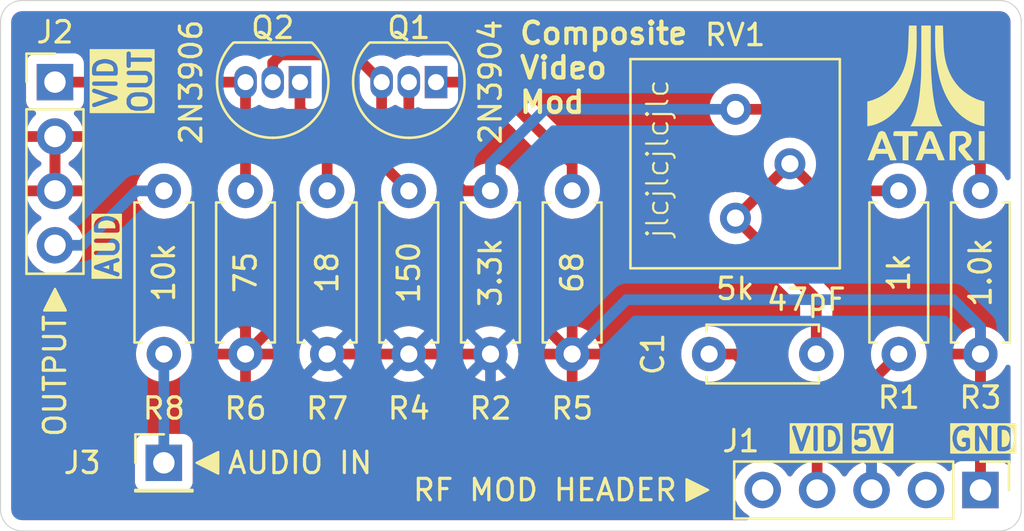
<source format=kicad_pcb>
(kicad_pcb (version 20240108) (generator "pcbnew") (generator_version "8.0")
  (layers (0 "F.Cu" signal) (31 "B.Cu" signal) (34 "B.Paste" user) (35 "F.Paste" user) (36 "B.SilkS" user "B.Silkscreen") (37 "F.SilkS" user "F.Silkscreen") (38 "B.Mask" user) (39 "F.Mask" user) (44 "Edge.Cuts" user))
  (net 0 "")
  (net 1 "Net-(C1-Pad2)")
  (net 2 "GND")
  (net 3 "+5V")
  (net 4 "Net-(J2-Pin_1)")
  (net 5 "Net-(J2-Pin_4)")
  (net 6 "Net-(J3-Pin_1)")
  (net 7 "Net-(Q1-B)")
  (net 8 "Net-(Q1-C)")
  (net 9 "Net-(Q1-E)")
  (net 10 "Net-(Q2-E)")
  (net 11 "Net-(J1-Pin_4)")
  (footprint "Potentiometer_THT:Potentiometer_Bourns_3386P_Vertical" (layer "F.Cu") (at 74.93 52.07)
    (property "Reference" "RV1" (at -0.015 -8.555 0) (layer "F.SilkS"))
    (property "Value" "5k" (at -0.015 3.302 0) (layer "F.SilkS"))
    (fp_line (start -4.9 -7.425) (end -4.9 2.345) (stroke (width 0.12)) (layer "F.SilkS"))
    (fp_line (start -4.9 -7.425) (end 4.87 -7.425) (stroke (width 0.12)) (layer "F.SilkS"))
    (fp_line (start -4.9 2.345) (end 4.87 2.345) (stroke (width 0.12)) (layer "F.SilkS"))
    (fp_line (start 4.87 -7.425) (end 4.87 2.345) (stroke (width 0.12)) (layer "F.SilkS"))
    (pad "1" thru_hole circle (at 0 0) (size 1.44 1.44) (drill 0.8) (layers "*.Cu" "*.Mask") (net 1 "Net-(C1-Pad2)"))
    (pad "2" thru_hole circle (at 2.54 -2.54) (size 1.44 1.44) (drill 0.8) (layers "*.Cu" "*.Mask") (net 1 "Net-(C1-Pad2)"))
    (pad "3" thru_hole circle (at 0 -5.08) (size 1.44 1.44) (drill 0.8) (layers "*.Cu" "*.Mask") (net 7 "Net-(Q1-B)"))
  )
  (footprint "Resistor_THT:R_Axial_DIN0207_L6.3mm_D2.5mm_P7.62mm_Horizontal" (layer "F.Cu") (at 86.36 50.8 -90)
    (property "Reference" "R3" (at 9.652 0 180) (layer "F.SilkS"))
    (property "Value" "1.0k" (at 3.81 0 90) (layer "F.SilkS"))
    (fp_line (start 0.54 1.37) (end 7.08 1.37) (stroke (width 0.12)) (layer "F.SilkS"))
    (fp_line (start 7.08 1.37) (end 7.08 1.04) (stroke (width 0.12)) (layer "F.SilkS"))
    (fp_line (start 0.54 1.04) (end 0.54 1.37) (stroke (width 0.12)) (layer "F.SilkS"))
    (fp_line (start 0.54 -1.04) (end 0.54 -1.37) (stroke (width 0.12)) (layer "F.SilkS"))
    (fp_line (start 0.54 -1.37) (end 7.08 -1.37) (stroke (width 0.12)) (layer "F.SilkS"))
    (fp_line (start 7.08 -1.37) (end 7.08 -1.04) (stroke (width 0.12)) (layer "F.SilkS"))
    (pad "1" thru_hole circle (at 0 0 270) (size 1.6 1.6) (drill 0.8) (layers "*.Cu" "*.Mask") (net 7 "Net-(Q1-B)"))
    (pad "2" thru_hole oval (at 7.62 0 270) (size 1.6 1.6) (drill 0.8) (layers "*.Cu" "*.Mask") (net 2 "GND"))
  )
  (footprint "Package_TO_SOT_THT:TO-92_Inline" (layer "F.Cu") (at 54.61 45.72 180)
    (property "Reference" "Q2" (at 1.27 2.54 0) (layer "F.SilkS"))
    (property "Value" "2N3906" (at 5.08 0 -90) (layer "F.SilkS"))
    (fp_line (start -0.53 1.85) (end 3.07 1.85) (stroke (width 0.12)) (layer "F.SilkS"))
    (fp_arc (start 1.27 -2.6) (mid 3.672087 -0.994977) (end 3.108478 1.838478) (stroke (width 0.12)) (layer "F.SilkS"))
    (fp_arc (start -0.568478 1.838478) (mid -1.132087 -0.994977) (end 1.27 -2.6) (stroke (width 0.12)) (layer "F.SilkS"))
    (pad "1" thru_hole rect (at 0 0 180) (size 1.05 1.5) (drill 0.75) (layers "*.Cu" "*.Mask") (net 10 "Net-(Q2-E)"))
    (pad "2" thru_hole oval (at 1.27 0 180) (size 1.05 1.5) (drill 0.75) (layers "*.Cu" "*.Mask") (net 8 "Net-(Q1-C)"))
    (pad "3" thru_hole oval (at 2.54 0 180) (size 1.05 1.5) (drill 0.75) (layers "*.Cu" "*.Mask") (net 4 "Net-(J2-Pin_1)"))
  )
  (footprint "Resistor_THT:R_Axial_DIN0207_L6.3mm_D2.5mm_P7.62mm_Horizontal" (layer "F.Cu") (at 52.07 50.8 -90)
    (property "Reference" "R6" (at 10.16 0 180) (layer "F.SilkS"))
    (property "Value" "75" (at 3.81 0 90) (layer "F.SilkS"))
    (fp_line (start 0.54 1.37) (end 7.08 1.37) (stroke (width 0.12)) (layer "F.SilkS"))
    (fp_line (start 7.08 1.37) (end 7.08 1.04) (stroke (width 0.12)) (layer "F.SilkS"))
    (fp_line (start 0.54 1.04) (end 0.54 1.37) (stroke (width 0.12)) (layer "F.SilkS"))
    (fp_line (start 0.54 -1.04) (end 0.54 -1.37) (stroke (width 0.12)) (layer "F.SilkS"))
    (fp_line (start 0.54 -1.37) (end 7.08 -1.37) (stroke (width 0.12)) (layer "F.SilkS"))
    (fp_line (start 7.08 -1.37) (end 7.08 -1.04) (stroke (width 0.12)) (layer "F.SilkS"))
    (pad "1" thru_hole circle (at 0 0 270) (size 1.6 1.6) (drill 0.8) (layers "*.Cu" "*.Mask") (net 4 "Net-(J2-Pin_1)"))
    (pad "2" thru_hole oval (at 7.62 0 270) (size 1.6 1.6) (drill 0.8) (layers "*.Cu" "*.Mask") (net 2 "GND"))
  )
  (footprint "Connector_PinHeader_2.54mm:PinHeader_1x01_P2.54mm_Vertical" (layer "F.Cu") (at 48.26 63.5)
    (property "Reference" "J3" (at -3.81 0 0) (layer "F.SilkS"))
    (property "Value" "AUDIO IN" (at 6.35 0 0) (layer "F.SilkS"))
    (fp_line (start -1.33 -1.33) (end 0 -1.33) (stroke (width 0.12)) (layer "F.SilkS"))
    (fp_line (start -1.33 0) (end -1.33 -1.33) (stroke (width 0.12)) (layer "F.SilkS"))
    (fp_line (start -1.33 1.27) (end -1.33 1.33) (stroke (width 0.12)) (layer "F.SilkS"))
    (fp_line (start -1.33 1.27) (end 1.33 1.27) (stroke (width 0.12)) (layer "F.SilkS"))
    (fp_line (start -1.33 1.33) (end 1.33 1.33) (stroke (width 0.12)) (layer "F.SilkS"))
    (fp_line (start 1.33 1.27) (end 1.33 1.33) (stroke (width 0.12)) (layer "F.SilkS"))
    (pad "1" thru_hole rect (at 0 0) (size 1.7 1.7) (drill 1) (layers "*.Cu" "*.Mask") (net 6 "Net-(J3-Pin_1)"))
  )
  (footprint "Resistor_THT:R_Axial_DIN0207_L6.3mm_D2.5mm_P7.62mm_Horizontal" (layer "F.Cu") (at 59.69 58.42 90)
    (property "Reference" "R4" (at -2.54 0 0) (layer "F.SilkS"))
    (property "Value" "150" (at 3.81 0 -90) (layer "F.SilkS"))
    (fp_line (start 7.08 -1.37) (end 7.08 -1.04) (stroke (width 0.12)) (layer "F.SilkS"))
    (fp_line (start 0.54 -1.37) (end 7.08 -1.37) (stroke (width 0.12)) (layer "F.SilkS"))
    (fp_line (start 0.54 -1.04) (end 0.54 -1.37) (stroke (width 0.12)) (layer "F.SilkS"))
    (fp_line (start 0.54 1.04) (end 0.54 1.37) (stroke (width 0.12)) (layer "F.SilkS"))
    (fp_line (start 7.08 1.37) (end 7.08 1.04) (stroke (width 0.12)) (layer "F.SilkS"))
    (fp_line (start 0.54 1.37) (end 7.08 1.37) (stroke (width 0.12)) (layer "F.SilkS"))
    (pad "1" thru_hole circle (at 0 0 90) (size 1.6 1.6) (drill 0.8) (layers "*.Cu" "*.Mask") (net 3 "+5V"))
    (pad "2" thru_hole oval (at 7.62 0 90) (size 1.6 1.6) (drill 0.8) (layers "*.Cu" "*.Mask") (net 8 "Net-(Q1-C)"))
  )
  (footprint "Resistor_THT:R_Axial_DIN0207_L6.3mm_D2.5mm_P7.62mm_Horizontal" (layer "F.Cu") (at 82.55 58.42 90)
    (property "Reference" "R1" (at -2.032 0 0) (layer "F.SilkS"))
    (property "Value" "1k" (at 3.81 0 -90) (layer "F.SilkS"))
    (fp_line (start 7.08 -1.37) (end 7.08 -1.04) (stroke (width 0.12)) (layer "F.SilkS"))
    (fp_line (start 0.54 -1.37) (end 7.08 -1.37) (stroke (width 0.12)) (layer "F.SilkS"))
    (fp_line (start 0.54 -1.04) (end 0.54 -1.37) (stroke (width 0.12)) (layer "F.SilkS"))
    (fp_line (start 0.54 1.04) (end 0.54 1.37) (stroke (width 0.12)) (layer "F.SilkS"))
    (fp_line (start 7.08 1.37) (end 7.08 1.04) (stroke (width 0.12)) (layer "F.SilkS"))
    (fp_line (start 0.54 1.37) (end 7.08 1.37) (stroke (width 0.12)) (layer "F.SilkS"))
    (pad "1" thru_hole circle (at 0 0 90) (size 1.6 1.6) (drill 0.8) (layers "*.Cu" "*.Mask") (net 11 "Net-(J1-Pin_4)"))
    (pad "2" thru_hole oval (at 7.62 0 90) (size 1.6 1.6) (drill 0.8) (layers "*.Cu" "*.Mask") (net 1 "Net-(C1-Pad2)"))
  )
  (footprint "Connector_PinHeader_2.54mm:PinHeader_1x04_P2.54mm_Vertical" (layer "F.Cu") (at 43.18 45.72)
    (property "Reference" "J2" (at 0 -2.33 0) (layer "F.SilkS"))
    (property "Value" "OUTPUT" (at 0 13.716 90) (layer "F.SilkS"))
    (fp_line (start -1.33 -1.33) (end 0 -1.33) (stroke (width 0.12)) (layer "F.SilkS"))
    (fp_line (start -1.33 0) (end -1.33 -1.33) (stroke (width 0.12)) (layer "F.SilkS"))
    (fp_line (start -1.33 1.27) (end -1.33 8.95) (stroke (width 0.12)) (layer "F.SilkS"))
    (fp_line (start -1.33 1.27) (end 1.33 1.27) (stroke (width 0.12)) (layer "F.SilkS"))
    (fp_line (start -1.33 8.95) (end 1.33 8.95) (stroke (width 0.12)) (layer "F.SilkS"))
    (fp_line (start 1.33 1.27) (end 1.33 8.95) (stroke (width 0.12)) (layer "F.SilkS"))
    (pad "1" thru_hole rect (at 0 0) (size 1.7 1.7) (drill 1) (layers "*.Cu" "*.Mask") (net 4 "Net-(J2-Pin_1)"))
    (pad "2" thru_hole oval (at 0 2.54) (size 1.7 1.7) (drill 1) (layers "*.Cu" "*.Mask") (net 2 "GND"))
    (pad "3" thru_hole oval (at 0 5.08) (size 1.7 1.7) (drill 1) (layers "*.Cu" "*.Mask") (net 2 "GND"))
    (pad "4" thru_hole oval (at 0 7.62) (size 1.7 1.7) (drill 1) (layers "*.Cu" "*.Mask") (net 5 "Net-(J2-Pin_4)"))
  )
  (footprint "Resistor_THT:R_Axial_DIN0207_L6.3mm_D2.5mm_P7.62mm_Horizontal" (layer "F.Cu") (at 67.31 50.8 -90)
    (property "Reference" "R5" (at 10.16 0 180) (layer "F.SilkS"))
    (property "Value" "68" (at 3.81 0 90) (layer "F.SilkS"))
    (fp_line (start 0.54 1.37) (end 7.08 1.37) (stroke (width 0.12)) (layer "F.SilkS"))
    (fp_line (start 7.08 1.37) (end 7.08 1.04) (stroke (width 0.12)) (layer "F.SilkS"))
    (fp_line (start 0.54 1.04) (end 0.54 1.37) (stroke (width 0.12)) (layer "F.SilkS"))
    (fp_line (start 0.54 -1.04) (end 0.54 -1.37) (stroke (width 0.12)) (layer "F.SilkS"))
    (fp_line (start 0.54 -1.37) (end 7.08 -1.37) (stroke (width 0.12)) (layer "F.SilkS"))
    (fp_line (start 7.08 -1.37) (end 7.08 -1.04) (stroke (width 0.12)) (layer "F.SilkS"))
    (pad "1" thru_hole circle (at 0 0 270) (size 1.6 1.6) (drill 0.8) (layers "*.Cu" "*.Mask") (net 9 "Net-(Q1-E)"))
    (pad "2" thru_hole oval (at 7.62 0 270) (size 1.6 1.6) (drill 0.8) (layers "*.Cu" "*.Mask") (net 2 "GND"))
  )
  (footprint "Resistor_THT:R_Axial_DIN0207_L6.3mm_D2.5mm_P7.62mm_Horizontal" (layer "F.Cu") (at 63.5 58.42 90)
    (property "Reference" "R2" (at -2.54 0 0) (layer "F.SilkS"))
    (property "Value" "3.3k" (at 3.81 0 -90) (layer "F.SilkS"))
    (fp_line (start 7.08 -1.37) (end 7.08 -1.04) (stroke (width 0.12)) (layer "F.SilkS"))
    (fp_line (start 0.54 -1.37) (end 7.08 -1.37) (stroke (width 0.12)) (layer "F.SilkS"))
    (fp_line (start 0.54 -1.04) (end 0.54 -1.37) (stroke (width 0.12)) (layer "F.SilkS"))
    (fp_line (start 0.54 1.04) (end 0.54 1.37) (stroke (width 0.12)) (layer "F.SilkS"))
    (fp_line (start 7.08 1.37) (end 7.08 1.04) (stroke (width 0.12)) (layer "F.SilkS"))
    (fp_line (start 0.54 1.37) (end 7.08 1.37) (stroke (width 0.12)) (layer "F.SilkS"))
    (pad "1" thru_hole circle (at 0 0 90) (size 1.6 1.6) (drill 0.8) (layers "*.Cu" "*.Mask") (net 3 "+5V"))
    (pad "2" thru_hole oval (at 7.62 0 90) (size 1.6 1.6) (drill 0.8) (layers "*.Cu" "*.Mask") (net 7 "Net-(Q1-B)"))
  )
  (footprint "Resistor_THT:R_Axial_DIN0207_L6.3mm_D2.5mm_P7.62mm_Horizontal" (layer "F.Cu") (at 48.26 58.42 90)
    (property "Reference" "R8" (at -2.54 0 0) (layer "F.SilkS"))
    (property "Value" "10k" (at 3.81 0 -90) (layer "F.SilkS"))
    (fp_line (start 7.08 -1.37) (end 7.08 -1.04) (stroke (width 0.12)) (layer "F.SilkS"))
    (fp_line (start 0.54 -1.37) (end 7.08 -1.37) (stroke (width 0.12)) (layer "F.SilkS"))
    (fp_line (start 0.54 -1.04) (end 0.54 -1.37) (stroke (width 0.12)) (layer "F.SilkS"))
    (fp_line (start 0.54 1.04) (end 0.54 1.37) (stroke (width 0.12)) (layer "F.SilkS"))
    (fp_line (start 7.08 1.37) (end 7.08 1.04) (stroke (width 0.12)) (layer "F.SilkS"))
    (fp_line (start 0.54 1.37) (end 7.08 1.37) (stroke (width 0.12)) (layer "F.SilkS"))
    (pad "1" thru_hole circle (at 0 0 90) (size 1.6 1.6) (drill 0.8) (layers "*.Cu" "*.Mask") (net 6 "Net-(J3-Pin_1)"))
    (pad "2" thru_hole oval (at 7.62 0 90) (size 1.6 1.6) (drill 0.8) (layers "*.Cu" "*.Mask") (net 5 "Net-(J2-Pin_4)"))
  )
  (footprint "Connector_PinHeader_2.54mm:PinHeader_1x05_P2.54mm_Vertical" (layer "F.Cu") (at 86.36 64.77 -90)
    (property "Reference" "J1" (at -2.286 11.176 0) (layer "F.SilkS"))
    (property "Value" "RF MOD HEADER" (at 0 20.32 0) (layer "F.SilkS"))
    (fp_line (start -1.33 11.49) (end 1.33 11.49) (stroke (width 0.12)) (layer "F.SilkS"))
    (fp_line (start -1.33 1.27) (end -1.33 11.49) (stroke (width 0.12)) (layer "F.SilkS"))
    (fp_line (start -1.33 1.27) (end 1.33 1.27) (stroke (width 0.12)) (layer "F.SilkS"))
    (fp_line (start 1.33 1.27) (end 1.33 11.49) (stroke (width 0.12)) (layer "F.SilkS"))
    (fp_line (start -1.33 0) (end -1.33 -1.33) (stroke (width 0.12)) (layer "F.SilkS"))
    (fp_line (start -1.33 -1.33) (end 0 -1.33) (stroke (width 0.12)) (layer "F.SilkS"))
    (pad "1" thru_hole rect (at 0 0 270) (size 1.7 1.7) (drill 1) (layers "*.Cu" "*.Mask") (net 2 "GND"))
    (pad "2" thru_hole oval (at 0 2.54 270) (size 1.7 1.7) (drill 1) (layers "*.Cu" "*.Mask"))
    (pad "3" thru_hole oval (at 0 5.08 270) (size 1.7 1.7) (drill 1) (layers "*.Cu" "*.Mask") (net 3 "+5V"))
    (pad "4" thru_hole oval (at 0 7.62 270) (size 1.7 1.7) (drill 1) (layers "*.Cu" "*.Mask") (net 11 "Net-(J1-Pin_4)"))
    (pad "5" thru_hole oval (at 0 10.16 270) (size 1.7 1.7) (drill 1) (layers "*.Cu" "*.Mask"))
  )
  (footprint "Capacitor_THT:C_Disc_D5.0mm_W2.5mm_P5.00mm" (layer "F.Cu") (at 73.7 58.42)
    (property "Reference" "C1" (at -2.62 0 90) (layer "F.SilkS"))
    (property "Value" "47pF" (at 4.532 -2.54 0) (layer "F.SilkS"))
    (fp_line (start -0.12 -1.37) (end -0.12 -1.055) (stroke (width 0.12)) (layer "F.SilkS"))
    (fp_line (start -0.12 -1.37) (end 5.12 -1.37) (stroke (width 0.12)) (layer "F.SilkS"))
    (fp_line (start -0.12 1.055) (end -0.12 1.37) (stroke (width 0.12)) (layer "F.SilkS"))
    (fp_line (start -0.12 1.37) (end 5.12 1.37) (stroke (width 0.12)) (layer "F.SilkS"))
    (fp_line (start 5.12 -1.37) (end 5.12 -1.055) (stroke (width 0.12)) (layer "F.SilkS"))
    (fp_line (start 5.12 1.055) (end 5.12 1.37) (stroke (width 0.12)) (layer "F.SilkS"))
    (pad "1" thru_hole circle (at 0 0) (size 1.6 1.6) (drill 0.8) (layers "*.Cu" "*.Mask") (net 11 "Net-(J1-Pin_4)"))
    (pad "2" thru_hole circle (at 5 0) (size 1.6 1.6) (drill 0.8) (layers "*.Cu" "*.Mask") (net 1 "Net-(C1-Pad2)"))
  )
  (footprint "Resistor_THT:R_Axial_DIN0207_L6.3mm_D2.5mm_P7.62mm_Horizontal" (layer "F.Cu") (at 55.88 58.42 90)
    (property "Reference" "R7" (at -2.54 0 0) (layer "F.SilkS"))
    (property "Value" "18" (at 3.81 0 -90) (layer "F.SilkS"))
    (fp_line (start 7.08 -1.37) (end 7.08 -1.04) (stroke (width 0.12)) (layer "F.SilkS"))
    (fp_line (start 0.54 -1.37) (end 7.08 -1.37) (stroke (width 0.12)) (layer "F.SilkS"))
    (fp_line (start 0.54 -1.04) (end 0.54 -1.37) (stroke (width 0.12)) (layer "F.SilkS"))
    (fp_line (start 0.54 1.04) (end 0.54 1.37) (stroke (width 0.12)) (layer "F.SilkS"))
    (fp_line (start 7.08 1.37) (end 7.08 1.04) (stroke (width 0.12)) (layer "F.SilkS"))
    (fp_line (start 0.54 1.37) (end 7.08 1.37) (stroke (width 0.12)) (layer "F.SilkS"))
    (pad "1" thru_hole circle (at 0 0 90) (size 1.6 1.6) (drill 0.8) (layers "*.Cu" "*.Mask") (net 3 "+5V"))
    (pad "2" thru_hole oval (at 7.62 0 90) (size 1.6 1.6) (drill 0.8) (layers "*.Cu" "*.Mask") (net 10 "Net-(Q2-E)"))
  )
  (footprint "Package_TO_SOT_THT:TO-92_Inline" (layer "F.Cu") (at 60.96 45.72 180)
    (property "Reference" "Q1" (at 1.27 2.54 180) (layer "F.SilkS"))
    (property "Value" "2N3904" (at -2.54 0 -90) (layer "F.SilkS"))
    (fp_line (start -0.53 1.85) (end 3.07 1.85) (stroke (width 0.12)) (layer "F.SilkS"))
    (fp_arc (start 1.27 -2.6) (mid 3.672087 -0.994977) (end 3.108478 1.838478) (stroke (width 0.12)) (layer "F.SilkS"))
    (fp_arc (start -0.568478 1.838478) (mid -1.132087 -0.994977) (end 1.27 -2.6) (stroke (width 0.12)) (layer "F.SilkS"))
    (pad "1" thru_hole rect (at 0 0 180) (size 1.05 1.5) (drill 0.75) (layers "*.Cu" "*.Mask") (net 9 "Net-(Q1-E)"))
    (pad "2" thru_hole oval (at 1.27 0 180) (size 1.05 1.5) (drill 0.75) (layers "*.Cu" "*.Mask") (net 7 "Net-(Q1-B)"))
    (pad "3" thru_hole oval (at 2.54 0 180) (size 1.05 1.5) (drill 0.75) (layers "*.Cu" "*.Mask") (net 8 "Net-(Q1-C)"))
  )
  (footprint "components:atari-logo" (layer "F.Cu") (at 83.82 46.228)
    (property "Reference" "G***")
    (property "Value" "LOGO" (hide yes))
    (fp_poly (pts (xy 2.686035 1.781967) (xy 2.707805 1.782333) (xy 2.721483 1.782902) (xy 2.725058 1.783319) (xy 2.72662 1.783823) (xy 2.728021 1.784902) (xy 2.72927 1.787103) (xy 2.730372 1.790979) (xy 2.731337 1.79708) (xy 2.732172 1.805957) (xy 2.732885 1.818159) (xy 2.733484 1.834238) (xy 2.733976 1.854744) (xy 2.73437 1.880228) (xy 2.734673 1.91124) (xy 2.734893 1.948331) (xy 2.735037 1.992052) (xy 2.735114 2.042952) (xy 2.735132 2.101583) (xy 2.735097 2.168495) (xy 2.735018 2.244239) (xy 2.734903 2.329365) (xy 2.73476 2.424424) (xy 2.734698 2.464085) (xy 2.733642 3.14224) (xy 2.596954 3.143668) (xy 2.460267 3.145095) (xy 2.461624 2.464409) (xy 2.462982 1.783723) (xy 2.588671 1.782215) (xy 2.624819 1.781894) (xy 2.657824 1.781816)) (fill solid) (layer "F.SilkS"))
    (fp_poly (pts (xy -1.091194 1.781968) (xy -1.00468 1.782113) (xy -0.94219 1.782276) (xy -0.450263 1.783723) (xy -0.429711 1.800148) (xy -0.41566 1.812393) (xy -0.405387 1.824632) (xy -0.398316 1.838803) (xy -0.393869 1.856846) (xy -0.39147 1.8807) (xy -0.390542 1.912304) (xy -0.390448 1.932082) (xy -0.39044 2.010911) (xy -0.603043 2.012309) (xy -0.815645 2.013708) (xy -0.817007 2.579311) (xy -0.818369 3.144914) (xy -0.954706 3.144914) (xy -1.091044 3.144914) (xy -1.092406 2.579311) (xy -1.093767 2.013708) (xy -1.307707 2.011034) (xy -1.521647 2.008359) (xy -1.521427 1.938829) (xy -1.521035 1.910634) (xy -1.520126 1.884526) (xy -1.518834 1.863325) (xy -1.51729 1.849849) (xy -1.517203 1.849396) (xy -1.507846 1.826963) (xy -1.490824 1.806705) (xy -1.469134 1.7917) (xy -1.456358 1.786819) (xy -1.448351 1.785696) (xy -1.433016 1.784726) (xy -1.410005 1.783906) (xy -1.378968 1.783233) (xy -1.339557 1.782705) (xy -1.291423 1.782317) (xy -1.234217 1.782067) (xy -1.16759 1.781951)) (fill solid) (layer "F.SilkS"))
    (fp_poly (pts (xy 0.224724 -2.333281) (xy 0.22477 -2.236571) (xy 0.224882 -2.14028) (xy 0.225058 -2.045201) (xy 0.225293 -1.952128) (xy 0.225583 -1.861856) (xy 0.225924 -1.775177) (xy 0.226313 -1.692887) (xy 0.226744 -1.615779) (xy 0.227213 -1.544647) (xy 0.227718 -1.480284) (xy 0.228254 -1.423485) (xy 0.228816 -1.375044) (xy 0.2294 -1.335754) (xy 0.229971 -1.307707) (xy 0.237644 -1.065713) (xy 0.248491 -0.831232) (xy 0.262478 -0.60459) (xy 0.279573 -0.38611) (xy 0.299743 -0.176118) (xy 0.322955 0.025063) (xy 0.349175 0.217107) (xy 0.378372 0.399691) (xy 0.410512 0.572489) (xy 0.430589 0.668562) (xy 0.44107 0.716083) (xy 0.450537 0.757538) (xy 0.459618 0.795339) (xy 0.468942 0.831896) (xy 0.479138 0.86962) (xy 0.490835 0.910922) (xy 0.504662 0.958213) (xy 0.516739 0.998831) (xy 0.523298 1.02093) (xy 0.528906 1.040084) (xy 0.532684 1.053278) (xy 0.533516 1.056327) (xy 0.536204 1.064602) (xy 0.541976 1.081104) (xy 0.550187 1.104035) (xy 0.560194 1.131595) (xy 0.570849 1.160623) (xy 0.593557 1.218747) (xy 0.619286 1.278713) (xy 0.646886 1.338148) (xy 0.675204 1.394674) (xy 0.703092 1.445915) (xy 0.729399 1.489497) (xy 0.732243 1.493868) (xy 0.746436 1.515663) (xy 0.758213 1.534078) (xy 0.76647 1.547362) (xy 0.770104 1.553766) (xy 0.770183 1.554039) (xy 0.764935 1.55432) (xy 0.749596 1.554591) (xy 0.72477 1.554851) (xy 0.691063 1.555097) (xy 0.649079 1.555329) (xy 0.599424 1.555543) (xy 0.542703 1.555738) (xy 0.479522 1.555912) (xy 0.410485 1.556064) (xy 0.336197 1.55619) (xy 0.257265 1.55629) (xy 0.174293 1.556362) (xy 0.087885 1.556402) (xy 0.021394 1.556412) (xy -0.067186 1.556382) (xy -0.152784 1.556294) (xy -0.234794 1.556152) (xy -0.312612 1.555959) (xy -0.385632 1.555718) (xy -0.453249 1.555434) (xy -0.514857 1.555109) (xy -0.569853 1.554748) (xy -0.617629 1.554352) (xy -0.657582 1.553927) (xy -0.689106 1.553475) (xy -0.711596 1.553) (xy -0.724447 1.552505) (xy -0.727395 1.552125) (xy -0.724608 1.546224) (xy -0.717025 1.533354) (xy -0.70581 1.515426) (xy -0.692455 1.494842) (xy -0.645767 1.417204) (xy -0.601237 1.329273) (xy -0.558908 1.231245) (xy -0.518821 1.123313) (xy -0.481021 1.005671) (xy -0.44555 0.878514) (xy -0.412451 0.742035) (xy -0.381767 0.596428) (xy -0.35354 0.441887) (xy -0.327813 0.278608) (xy -0.30463 0.106782) (xy -0.284032 -0.073395) (xy -0.266064 -0.261729) (xy -0.250767 -0.458027) (xy -0.246164 -0.526827) (xy -0.243527 -0.567917) (xy -0.241098 -0.60605) (xy -0.238866 -0.641778) (xy -0.236822 -0.675654) (xy -0.234957 -0.708229) (xy -0.233262 -0.740055) (xy -0.231728 -0.771684) (xy -0.230345 -0.803667) (xy -0.229104 -0.836557) (xy -0.227996 -0.870905) (xy -0.22701 -0.907264) (xy -0.226139 -0.946184) (xy -0.225373 -0.988219) (xy -0.224702 -1.033919) (xy -0.224118 -1.083837) (xy -0.22361 -1.138524) (xy -0.223169 -1.198532) (xy -0.222787 -1.264414) (xy -0.222454 -1.336721) (xy -0.222161 -1.416004) (xy -0.221898 -1.502816) (xy -0.221656 -1.597709) (xy -0.221426 -1.701233) (xy -0.221198 -1.813942) (xy -0.220964 -1.936388) (xy -0.22078 -2.033765) (xy -0.218673 -3.150263) (xy 0.002982 -3.150263) (xy 0.224637 -3.150263)) (fill solid) (layer "F.SilkS"))
    (fp_poly (pts (xy 0.791665 -3.111487) (xy 0.791898 -3.094983) (xy 0.792505 -3.069865) (xy 0.793423 -3.038206) (xy 0.79459 -3.002079) (xy 0.795943 -2.963559) (xy 0.796761 -2.941672) (xy 0.79801 -2.908119) (xy 0.799535 -2.865743) (xy 0.80127 -2.816413) (xy 0.803151 -2.761997) (xy 0.805115 -2.704365) (xy 0.807097 -2.645383) (xy 0.809031 -2.586922) (xy 0.81011 -2.553906) (xy 0.813051 -2.464858) (xy 0.815777 -2.385661) (xy 0.818327 -2.315471) (xy 0.820741 -2.253447) (xy 0.823059 -2.198744) (xy 0.82532 -2.15052) (xy 0.827564 -2.107933) (xy 0.82983 -2.070138) (xy 0.832159 -2.036294) (xy 0.834589 -2.005556) (xy 0.83716 -1.977082) (xy 0.837234 -1.976306) (xy 0.859732 -1.78947) (xy 0.890562 -1.609018) (xy 0.929696 -1.435015) (xy 0.977107 -1.267524) (xy 1.032768 -1.106608) (xy 1.096652 -0.952331) (xy 1.168731 -0.804757) (xy 1.248978 -0.663949) (xy 1.337366 -0.529971) (xy 1.433867 -0.402886) (xy 1.538454 -0.282759) (xy 1.583948 -0.235246) (xy 1.682437 -0.141487) (xy 1.788055 -0.052741) (xy 1.899633 0.030315) (xy 2.015999 0.107002) (xy 2.135984 0.176641) (xy 2.258415 0.238555) (xy 2.382123 0.292064) (xy 2.505937 0.33649) (xy 2.628687 0.371155) (xy 2.631459 0.371825) (xy 2.660141 0.378744) (xy 2.685388 0.38486) (xy 2.705262 0.389702) (xy 2.717827 0.392797) (xy 2.721046 0.393619) (xy 2.722138 0.395906) (xy 2.723113 0.40247) (xy 2.723975 0.413814) (xy 2.724731 0.430438) (xy 2.725387 0.452846) (xy 2.725949 0.48154) (xy 2.726422 0.517021) (xy 2.726812 0.559791) (xy 2.727124 0.610354) (xy 2.727366 0.66921) (xy 2.727541 0.736862) (xy 2.727657 0.813813) (xy 2.727718 0.900563) (xy 2.727732 0.975932) (xy 2.727696 1.053739) (xy 2.727591 1.12847) (xy 2.727421 1.199438) (xy 2.727192 1.265959) (xy 2.726907 1.327344) (xy 2.726573 1.382909) (xy 2.726193 1.431967) (xy 2.725772 1.473831) (xy 2.725316 1.507816) (xy 2.724828 1.533236) (xy 2.724314 1.549404) (xy 2.723779 1.555634) (xy 2.723721 1.555683) (xy 2.715793 1.554385) (xy 2.706338 1.552916) (xy 2.660278 1.5457) (xy 2.621851 1.539172) (xy 2.58807 1.532748) (xy 2.555947 1.525844) (xy 2.522493 1.517874) (xy 2.50577 1.513673) (xy 2.366701 1.47279) (xy 2.229915 1.421499) (xy 2.095551 1.359875) (xy 1.963753 1.287992) (xy 1.834664 1.205922) (xy 1.708424 1.11374) (xy 1.660707 1.075647) (xy 1.638852 1.057698) (xy 1.620194 1.042095) (xy 1.603319 1.027528) (xy 1.586816 1.012682) (xy 1.569273 0.996246) (xy 1.549278 0.976907) (xy 1.525418 0.953351) (xy 1.496281 0.924267) (xy 1.476184 0.904124) (xy 1.370893 0.792386) (xy 1.272414 0.675042) (xy 1.179842 0.550896) (xy 1.092274 0.418748) (xy 1.025828 0.307538) (xy 0.939659 0.146818) (xy 0.860015 -0.022262) (xy 0.786939 -0.199555) (xy 0.72047 -0.384912) (xy 0.66065 -0.578187) (xy 0.60752 -0.779232) (xy 0.561121 -0.9879) (xy 0.521494 -1.204043) (xy 0.48868 -1.427513) (xy 0.462719 -1.658163) (xy 0.455002 -1.743609) (xy 0.448679 -1.821343) (xy 0.443179 -1.895809) (xy 0.438466 -1.968245) (xy 0.434504 -2.039891) (xy 0.431259 -2.111987) (xy 0.428694 -2.185772) (xy 0.426774 -2.262485) (xy 0.425464 -2.343364) (xy 0.42473 -2.429651) (xy 0.424534 -2.522583) (xy 0.424843 -2.623401) (xy 0.42562 -2.733342) (xy 0.425897 -2.763835) (xy 0.429548 -3.150263) (xy 0.610563 -3.150263) (xy 0.791577 -3.150263)) (fill solid) (layer "F.SilkS"))
    (fp_poly (pts (xy -0.436776 -2.892657) (xy -0.435366 -2.783313) (xy -0.4343 -2.683605) (xy -0.433596 -2.592476) (xy -0.433268 -2.50887) (xy -0.433334 -2.431731) (xy -0.433809 -2.360001) (xy -0.43471 -2.292626) (xy -0.436052 -2.228547) (xy -0.437853 -2.16671) (xy -0.440128 -2.106058) (xy -0.442893 -2.045534) (xy -0.446165 -1.984082) (xy -0.449959 -1.920645) (xy -0.452222 -1.885345) (xy -0.469708 -1.667595) (xy -0.493337 -1.45424) (xy -0.522976 -1.245922) (xy -0.558493 -1.043286) (xy -0.599754 -0.846976) (xy -0.646627 -0.657636) (xy -0.69898 -0.475912) (xy -0.756679 -0.302446) (xy -0.804391 -0.175606) (xy -0.841255 -0.084798) (xy -0.876686 -0.002177) (xy -0.911716 0.074477) (xy -0.947373 0.147388) (xy -0.98469 0.218776) (xy -1.002131 0.250693) (xy -1.012778 0.270105) (xy -1.021133 0.28567) (xy -1.026065 0.295261) (xy -1.026911 0.29725) (xy -1.029657 0.303012) (xy -1.037275 0.316267) (xy -1.048834 0.335519) (xy -1.063404 0.359276) (xy -1.080055 0.386043) (xy -1.097855 0.414325) (xy -1.115874 0.44263) (xy -1.133182 0.469461) (xy -1.148848 0.493327) (xy -1.151567 0.49741) (xy -1.246063 0.630513) (xy -1.346811 0.756348) (xy -1.453354 0.874499) (xy -1.565238 0.984553) (xy -1.682006 1.086095) (xy -1.803203 1.178711) (xy -1.928373 1.261988) (xy -2.057061 1.33551) (xy -2.094688 1.354805) (xy -2.213519 1.410493) (xy -2.32927 1.457026) (xy -2.443486 1.494897) (xy -2.557713 1.524596) (xy -2.673494 1.546614) (xy -2.718372 1.55309) (xy -2.738429 1.555739) (xy -2.738429 0.975866) (xy -2.738429 0.395992) (xy -2.726395 0.393591) (xy -2.616649 0.367568) (xy -2.503453 0.332875) (xy -2.388434 0.290261) (xy -2.273219 0.240472) (xy -2.159434 0.184255) (xy -2.048707 0.122357) (xy -1.942664 0.055525) (xy -1.854541 -0.006754) (xy -1.803577 -0.046385) (xy -1.750102 -0.090805) (xy -1.695639 -0.138562) (xy -1.641714 -0.188202) (xy -1.589852 -0.238274) (xy -1.541577 -0.287323) (xy -1.498415 -0.333899) (xy -1.461891 -0.376547) (xy -1.448211 -0.39383) (xy -1.439541 -0.404721) (xy -1.433647 -0.411413) (xy -1.433182 -0.411834) (xy -1.428963 -0.416897) (xy -1.419661 -0.428917) (xy -1.406539 -0.446239) (xy -1.390859 -0.467206) (xy -1.386302 -0.473342) (xy -1.370011 -0.495289) (xy -1.355839 -0.514334) (xy -1.345091 -0.528728) (xy -1.339072 -0.536721) (xy -1.33845 -0.537524) (xy -1.322621 -0.559223) (xy -1.302972 -0.588828) (xy -1.280472 -0.624681) (xy -1.256093 -0.665125) (xy -1.230805 -0.708502) (xy -1.205578 -0.753154) (xy -1.181382 -0.797422) (xy -1.159188 -0.83965) (xy -1.144367 -0.869131) (xy -1.078813 -1.012847) (xy -1.02109 -1.161103) (xy -0.971014 -1.314559) (xy -0.928402 -1.473876) (xy -0.893068 -1.639716) (xy -0.86483 -1.81274) (xy -0.850631 -1.925458) (xy -0.848013 -1.949674) (xy -0.845561 -1.974504) (xy -0.843246 -2.000603) (xy -0.841037 -2.028625) (xy -0.838904 -2.059223) (xy -0.836817 -2.093053) (xy -0.834746 -2.130768) (xy -0.83266 -2.173023) (xy -0.83053 -2.220472) (xy -0.828325 -2.273769) (xy -0.826015 -2.333569) (xy -0.82357 -2.400525) (xy -0.82096 -2.475292) (xy -0.818154 -2.558525) (xy -0.815123 -2.650878) (xy -0.811835 -2.753004) (xy -0.810425 -2.797263) (xy -0.808679 -2.851189) (xy -0.80693 -2.903242) (xy -0.805227 -2.952167) (xy -0.803614 -2.996708) (xy -0.802139 -3.03561) (xy -0.800848 -3.067616) (xy -0.799787 -3.091472) (xy -0.799004 -3.10592) (xy -0.798989 -3.106138) (xy -0.795965 -3.150263) (xy -0.618144 -3.150263) (xy -0.440323 -3.150263)) (fill solid) (layer "F.SilkS"))
    (fp_poly (pts (xy 1.66085 1.781806) (xy 1.699291 1.78243) (xy 1.729377 1.783407) (xy 1.751692 1.784746) (xy 1.766821 1.786457) (xy 1.767677 1.786599) (xy 1.831488 1.802721) (xy 1.892805 1.828295) (xy 1.949887 1.86232) (xy 2.000995 1.903796) (xy 2.03561 1.940696) (xy 2.068128 1.987109) (xy 2.094268 2.038991) (xy 2.113254 2.093973) (xy 2.124311 2.149684) (xy 2.126662 2.203755) (xy 2.125845 2.216227) (xy 2.114822 2.282796) (xy 2.094189 2.345079) (xy 2.064383 2.402459) (xy 2.025842 2.454322) (xy 1.979002 2.500051) (xy 1.924301 2.539032) (xy 1.879595 2.562901) (xy 1.852846 2.577498) (xy 1.83548 2.592425) (xy 1.826241 2.609115) (xy 1.823837 2.626524) (xy 1.824649 2.635783) (xy 1.82778 2.645378) (xy 1.834272 2.657049) (xy 1.845166 2.672533) (xy 1.861504 2.693569) (xy 1.871379 2.705893) (xy 1.890789 2.729893) (xy 1.909897 2.75336) (xy 1.926676 2.773817) (xy 1.939101 2.788786) (xy 1.940494 2.79044) (xy 1.950375 2.802226) (xy 1.965991 2.82096) (xy 1.986265 2.845343) (xy 2.010121 2.874074) (xy 2.036483 2.905854) (xy 2.064273 2.939384) (xy 2.092415 2.973363) (xy 2.119832 3.006492) (xy 2.145448 3.037471) (xy 2.168186 3.065) (xy 2.18697 3.087781) (xy 2.200722 3.104512) (xy 2.204917 3.109642) (xy 2.217161 3.125246) (xy 2.22617 3.137852) (xy 2.230242 3.145055) (xy 2.230322 3.145529) (xy 2.225185 3.146747) (xy 2.210616 3.147843) (xy 2.187882 3.14878) (xy 2.158249 3.149519) (xy 2.122981 3.150023) (xy 2.083345 3.150253) (xy 2.072711 3.150263) (xy 1.915099 3.150263) (xy 1.85456 3.079395) (xy 1.792994 3.007083) (xy 1.737548 2.941456) (xy 1.688348 2.882668) (xy 1.645521 2.830876) (xy 1.609193 2.786234) (xy 1.579491 2.748899) (xy 1.55654 2.719025) (xy 1.540466 2.696768) (xy 1.531397 2.682284) (xy 1.530561 2.680605) (xy 1.523564 2.66422) (xy 1.519306 2.649231) (xy 1.517157 2.632016) (xy 1.516491 2.60895) (xy 1.51649 2.599368) (xy 1.516971 2.573828) (xy 1.518649 2.555304) (xy 1.522218 2.540126) (xy 1.528374 2.524625) (xy 1.532164 2.516583) (xy 1.544487 2.493578) (xy 1.557972 2.474431) (xy 1.574203 2.457939) (xy 1.594762 2.442897) (xy 1.621228 2.428103) (xy 1.655185 2.412352) (xy 1.686304 2.399275) (xy 1.727646 2.381823) (xy 1.760291 2.366591) (xy 1.785752 2.352609) (xy 1.805541 2.338903) (xy 1.82117 2.324501) (xy 1.834152 2.30843) (xy 1.839158 2.300981) (xy 1.857717 2.267223) (xy 1.868112 2.235068) (xy 1.8714 2.200696) (xy 1.870991 2.185988) (xy 1.863476 2.140965) (xy 1.84661 2.100417) (xy 1.82114 2.065377) (xy 1.787813 2.03688) (xy 1.748468 2.016382) (xy 1.738021 2.012426) (xy 1.728396 2.009339) (xy 1.718131 2.007013) (xy 1.705768 2.005341) (xy 1.689844 2.004214) (xy 1.668898 2.003525) (xy 1.641471 2.003167) (xy 1.606101 2.003031) (xy 1.566978 2.003011) (xy 1.523486 2.003031) (xy 1.489385 2.003158) (xy 1.463369 2.003491) (xy 1.444133 2.004131) (xy 1.43037 2.005178) (xy 1.420774 2.006731) (xy 1.41404 2.008891) (xy 1.408861 2.011757) (xy 1.403932 2.015429) (xy 1.403849 2.015494) (xy 1.391308 2.027066) (xy 1.382015 2.038586) (xy 1.381438 2.039562) (xy 1.380324 2.044009) (xy 1.37933 2.053475) (xy 1.378453 2.068446) (xy 1.377685 2.089409) (xy 1.377021 2.11685) (xy 1.376455 2.151255) (xy 1.375981 2.193111) (xy 1.375593 2.242903) (xy 1.375286 2.301119) (xy 1.375053 2.368245) (xy 1.374889 2.444766) (xy 1.374788 2.531169) (xy 1.374753 2.595357) (xy 1.374563 3.139566) (xy 1.236839 3.139566) (xy 1.099116 3.139567) (xy 1.100285 2.539787) (xy 1.100511 2.439664) (xy 1.100781 2.349819) (xy 1.101101 2.269832) (xy 1.101476 2.199285) (xy 1.101911 2.137758) (xy 1.102411 2.084832) (xy 1.10298 2.040088) (xy 1.103625 2.003106) (xy 1.10435 1.973469) (xy 1.10516 1.950755) (xy 1.106061 1.934547) (xy 1.107057 1.924425) (xy 1.107808 1.920755) (xy 1.126429 1.880987) (xy 1.154123 1.845464) (xy 1.189666 1.815531) (xy 1.219257 1.798281) (xy 1.248873 1.783723) (xy 1.489556 1.781949) (xy 1.556567 1.781575) (xy 1.613471 1.781524)) (fill solid) (layer "F.SilkS"))
    (fp_poly (pts (xy 0.242645 1.783962) (xy 0.282695 1.799988) (xy 0.318619 1.82407) (xy 0.348779 1.85587) (xy 0.355404 1.865256) (xy 0.361524 1.876429) (xy 0.370733 1.895722) (xy 0.382212 1.921297) (xy 0.39514 1.951315) (xy 0.408698 1.98394) (xy 0.412229 1.992633) (xy 0.444453 2.072353) (xy 0.473068 2.143143) (xy 0.498474 2.205992) (xy 0.521072 2.261889) (xy 0.54126 2.311822) (xy 0.559439 2.356779) (xy 0.576008 2.397748) (xy 0.591366 2.435719) (xy 0.605914 2.471678) (xy 0.620052 2.506616) (xy 0.634178 2.541519) (xy 0.648693 2.577377) (xy 0.661927 2.610065) (xy 0.681111 2.65743) (xy 0.700982 2.706455) (xy 0.720705 2.755087) (xy 0.73945 2.801273) (xy 0.756382 2.842962) (xy 0.770668 2.878101) (xy 0.778041 2.896209) (xy 0.792879 2.932695) (xy 0.808472 2.971159) (xy 0.823577 3.008527) (xy 0.836952 3.041724) (xy 0.846159 3.064687) (xy 0.856236 3.089903) (xy 0.865002 3.111823) (xy 0.87163 3.128384) (xy 0.875295 3.137519) (xy 0.875616 3.138313) (xy 0.874443 3.140337) (xy 0.868443 3.141885) (xy 0.856654 3.142993) (xy 0.838116 3.143696) (xy 0.811871 3.144027) (xy 0.776957 3.144021) (xy 0.732415 3.143713) (xy 0.726885 3.143662) (xy 0.575407 3.14224) (xy 0.547915 3.070036) (xy 0.535172 3.036593) (xy 0.520375 2.997801) (xy 0.505296 2.958299) (xy 0.491703 2.922727) (xy 0.490767 2.920278) (xy 0.461111 2.842724) (xy 0.18643 2.842724) (xy -0.08825 2.842724) (xy -0.129115 2.952369) (xy -0.142231 2.987517) (xy -0.15513 3.022006) (xy -0.166979 3.053611) (xy -0.176942 3.080106) (xy -0.184185 3.099265) (xy -0.185274 3.102126) (xy -0.200569 3.14224) (xy -0.346315 3.143663) (xy -0.393279 3.143932) (xy -0.431712 3.14375) (xy -0.46113 3.143129) (xy -0.481048 3.142083) (xy -0.490979 3.140624) (xy -0.492062 3.139833) (xy -0.490008 3.13179) (xy -0.484976 3.118981) (xy -0.4841 3.117016) (xy -0.480415 3.108238) (xy -0.473297 3.090688) (xy -0.463221 3.065551) (xy -0.450657 3.034013) (xy -0.436077 2.997262) (xy -0.419955 2.956484) (xy -0.402763 2.912863) (xy -0.398315 2.901558) (xy -0.377704 2.849184) (xy -0.35527 2.79224) (xy -0.332029 2.733305) (xy -0.309 2.674959) (xy -0.287201 2.61978) (xy -0.283358 2.610065) (xy -0.001214 2.610065) (xy 0.183916 2.610065) (xy 0.227987 2.609934) (xy 0.268121 2.60956) (xy 0.303146 2.608974) (xy 0.331894 2.608204) (xy 0.353196 2.607282) (xy 0.365883 2.606236) (xy 0.369046 2.605353) (xy 0.367268 2.599077) (xy 0.36232 2.584419) (xy 0.354779 2.563018) (xy 0.345223 2.536513) (xy 0.334228 2.506541) (xy 0.333684 2.505069) (xy 0.320435 2.469222) (xy 0.304788 2.426826) (xy 0.288032 2.381376) (xy 0.271455 2.336366) (xy 0.256344 2.295289) (xy 0.256056 2.294504) (xy 0.238159 2.245874) (xy 0.223556 2.206391) (xy 0.211883 2.175152) (xy 0.202776 2.151252) (xy 0.195868 2.133787) (xy 0.190795 2.121855) (xy 0.187192 2.114549) (xy 0.184694 2.110968) (xy 0.182937 2.110205) (xy 0.18193 2.110889) (xy 0.17919 2.116785) (xy 0.173204 2.131536) (xy 0.164425 2.153962) (xy 0.153307 2.182882) (xy 0.140306 2.217116) (xy 0.125876 2.255482) (xy 0.113312 2.289155) (xy 0.096964 2.333095) (xy 0.080769 2.376579) (xy 0.065365 2.417893) (xy 0.051394 2.455319) (xy 0.039495 2.487142) (xy 0.03031 2.511647) (xy 0.026483 2.521815) (xy 0.017387 2.546547) (xy 0.00958 2.568926) (xy 0.003959 2.586306) (xy 0.001536 2.595357) (xy -0.001214 2.610065) (xy -0.283358 2.610065) (xy -0.267649 2.570347) (xy -0.2569 2.543209) (xy -0.237684 2.494676) (xy -0.216394 2.440831) (xy -0.194259 2.384784) (xy -0.172506 2.329645) (xy -0.152364 2.278524) (xy -0.136558 2.238345) (xy -0.121143 2.199201) (xy -0.106184 2.161371) (xy -0.092359 2.126558) (xy -0.080348 2.096468) (xy -0.070828 2.072804) (xy -0.06448 2.057271) (xy -0.064157 2.056496) (xy -0.056186 2.037013) (xy -0.045706 2.01081) (xy -0.034017 1.981163) (xy -0.022418 1.951346) (xy -0.021203 1.948194) (xy -0.003194 1.905024) (xy 0.014417 1.870837) (xy 0.032715 1.844025) (xy 0.052789 1.822978) (xy 0.073978 1.807181) (xy 0.114136 1.787601) (xy 0.156726 1.77743) (xy 0.200109 1.77633)) (fill solid) (layer "F.SilkS"))
    (fp_poly (pts (xy -2.012495 1.779908) (xy -1.970995 1.793869) (xy -1.932381 1.817202) (xy -1.917357 1.829828) (xy -1.904708 1.842444) (xy -1.893735 1.856016) (xy -1.883389 1.872392) (xy -1.872623 1.893418) (xy -1.860389 1.920942) (xy -1.846419 1.954874) (xy -1.839165 1.972848) (xy -1.828553 1.999106) (xy -1.815241 2.032017) (xy -1.799889 2.069954) (xy -1.783157 2.111285) (xy -1.765705 2.154381) (xy -1.754441 2.182185) (xy -1.724389 2.256362) (xy -1.694376 2.330451) (xy -1.664865 2.403307) (xy -1.636319 2.473786) (xy -1.609201 2.540744) (xy -1.583975 2.603036) (xy -1.561106 2.659517) (xy -1.541055 2.709044) (xy -1.524286 2.750472) (xy -1.516174 2.77052) (xy -1.488848 2.838041) (xy -1.465256 2.896294) (xy -1.445133 2.945931) (xy -1.428213 2.987604) (xy -1.414231 3.021966) (xy -1.40292 3.049669) (xy -1.394015 3.071365) (xy -1.387251 3.087707) (xy -1.382361 3.099347) (xy -1.380407 3.103907) (xy -1.375105 3.115798) (xy -1.371366 3.125147) (xy -1.370209 3.132258) (xy -1.372655 3.137434) (xy -1.379722 3.140981) (xy -1.392431 3.143202) (xy -1.411802 3.144401) (xy -1.438854 3.144884) (xy -1.474607 3.144953) (xy -1.517847 3.144914) (xy -1.666479 3.144914) (xy -1.724936 2.992482) (xy -1.783393 2.84005) (xy -2.056929 2.84005) (xy -2.330465 2.84005) (xy -2.377509 2.967077) (xy -2.390918 3.003251) (xy -2.403595 3.037388) (xy -2.414909 3.067796) (xy -2.42423 3.09278) (xy -2.430927 3.110648) (xy -2.433777 3.118172) (xy -2.443001 3.14224) (xy -2.591083 3.143663) (xy -2.629482 3.143891) (xy -2.664008 3.143826) (xy -2.69333 3.143493) (xy -2.716117 3.142915) (xy -2.731037 3.142118) (xy -2.73676 3.141125) (xy -2.736762 3.140988) (xy -2.735727 3.138744) (xy -2.733456 3.133321) (xy -2.729739 3.124186) (xy -2.724365 3.110807) (xy -2.717124 3.092653) (xy -2.707806 3.069192) (xy -2.696199 3.039891) (xy -2.682092 3.004218) (xy -2.665277 2.961642) (xy -2.645541 2.91163) (xy -2.622674 2.853651) (xy -2.596466 2.787173) (xy -2.566707 2.711663) (xy -2.542479 2.650179) (xy -2.526857 2.610606) (xy -2.524689 2.605134) (xy -2.242854 2.605134) (xy -2.242851 2.606054) (xy -2.23711 2.607003) (xy -2.221924 2.607872) (xy -2.198546 2.608633) (xy -2.168229 2.60926) (xy -2.132226 2.609725) (xy -2.091788 2.61) (xy -2.05917 2.610065) (xy -2.016222 2.609951) (xy -1.976767 2.609626) (xy -1.942056 2.609119) (xy -1.913342 2.608457) (xy -1.891878 2.607666) (xy -1.878915 2.606775) (xy -1.875523 2.606054) (xy -1.876857 2.600399) (xy -1.88161 2.585705) (xy -1.889434 2.562944) (xy -1.899982 2.533088) (xy -1.912907 2.497111) (xy -1.927861 2.455985) (xy -1.944498 2.410683) (xy -1.962469 2.362176) (xy -1.965542 2.353923) (xy -1.986744 2.297139) (xy -2.004588 2.249663) (xy -2.019381 2.210756) (xy -2.031432 2.179677) (xy -2.041047 2.155686) (xy -2.048535 2.138043) (xy -2.054204 2.126007) (xy -2.058362 2.118838) (xy -2.061315 2.115796) (xy -2.063373 2.11614) (xy -2.064021 2.117074) (xy -2.0678 2.125691) (xy -2.074467 2.142462) (xy -2.083288 2.165475) (xy -2.093528 2.192821) (xy -2.101847 2.215435) (xy -2.112423 2.244287) (xy -2.125863 2.280772) (xy -2.141283 2.3225) (xy -2.157801 2.367085) (xy -2.174532 2.412138) (xy -2.189478 2.452284) (xy -2.20344 2.490072) (xy -2.215962 2.524625) (xy -2.226604 2.554676) (xy -2.234927 2.578956) (xy -2.24049 2.596198) (xy -2.242854 2.605134) (xy -2.524689 2.605134) (xy -2.512027 2.573179) (xy -2.49857 2.539352) (xy -2.487064 2.510577) (xy -2.478092 2.48831) (xy -2.472233 2.474004) (xy -2.470963 2.471004) (xy -2.465802 2.458567) (xy -2.457567 2.43814) (xy -2.447049 2.411705) (xy -2.435036 2.381248) (xy -2.422318 2.348753) (xy -2.420978 2.345315) (xy -2.407709 2.311301) (xy -2.394592 2.277769) (xy -2.382555 2.247083) (xy -2.372526 2.221611) (xy -2.365434 2.203718) (xy -2.365379 2.203579) (xy -2.359192 2.188) (xy -2.349782 2.164196) (xy -2.337831 2.133898) (xy -2.324023 2.09884) (xy -2.309039 2.060755) (xy -2.293563 2.021374) (xy -2.292348 2.01828) (xy -2.275006 1.974431) (xy -2.260808 1.939362) (xy -2.249173 1.911826) (xy -2.239521 1.890576) (xy -2.23127 1.874363) (xy -2.223841 1.861941) (xy -2.216653 1.852063) (xy -2.212933 1.847648) (xy -2.178579 1.816049) (xy -2.13992 1.793389) (xy -2.098395 1.779755) (xy -2.05544 1.775232)) (fill solid) (layer "F.SilkS"))
  )
  (gr_poly (pts (xy 42.672 56.388) (xy 43.688 56.388) (xy 43.18 55.372)) (stroke (width 0.1)) (fill solid) (layer "F.SilkS"))
  (gr_poly (pts (xy 50.8 64.008) (xy 50.8 62.992) (xy 49.784 63.5)) (stroke (width 0.1)) (fill solid) (layer "F.SilkS"))
  (gr_poly (pts (xy 72.644 64.262) (xy 72.644 65.278) (xy 73.66 64.77)) (stroke (width 0.1)) (fill solid) (layer "F.SilkS"))
  (gr_arc (start 87.265 41.91) (mid 87.972107 42.202893) (end 88.265 42.91) (stroke (width 0.05)) (layer "Edge.Cuts"))
  (gr_line (start 88.265 42.91) (end 88.265 65.675) (stroke (width 0.05)) (layer "Edge.Cuts"))
  (gr_line (start 87.265 66.675) (end 41.64 66.675) (stroke (width 0.05)) (layer "Edge.Cuts"))
  (gr_line (start 40.64 65.675) (end 40.64 42.91) (stroke (width 0.05)) (layer "Edge.Cuts"))
  (gr_arc (start 41.64 66.675) (mid 40.932893 66.382107) (end 40.64 65.675) (stroke (width 0.05)) (layer "Edge.Cuts"))
  (gr_line (start 41.64 41.91) (end 87.265 41.91) (stroke (width 0.05)) (layer "Edge.Cuts"))
  (gr_arc (start 88.265 65.675) (mid 87.972107 66.382107) (end 87.265 66.675) (stroke (width 0.05)) (layer "Edge.Cuts"))
  (gr_arc (start 40.64 42.91) (mid 40.932893 42.202893) (end 41.64 41.91) (stroke (width 0.05)) (layer "Edge.Cuts"))
  (gr_text "GND" (at 84.836 62.992 0) (layer "F.SilkS" knockout) (effects (font (size 1 1) (thickness 0.2) (bold yes)) (justify left bottom)))
  (gr_text "VID\nOUT" (at 47.752 45.72 90) (layer "F.SilkS" knockout) (effects (font (size 1 1) (thickness 0.2) (bold yes)) (justify bottom)))
  (gr_text "Composite\nVideo\nMod" (at 64.77 47.244 0) (layer "F.SilkS") (effects (font (size 1 1) (thickness 0.2) (bold yes)) (justify left bottom)))
  (gr_text "VID" (at 78.74 62.992 0) (layer "F.SilkS" knockout) (effects (font (size 1 1) (thickness 0.2) (bold yes)) (justify bottom)))
  (gr_text "AUD" (at 46.228 53.34 90) (layer "F.SilkS" knockout) (effects (font (size 1 1) (thickness 0.2) (bold yes)) (justify bottom)))
  (gr_text "5V" (at 81.28 62.992 0) (layer "F.SilkS" knockout) (effects (font (size 1 1) (thickness 0.2) (bold yes)) (justify bottom)))
  (gr_text "jlcjlcjlcjlc" (at 71.882 53.086 90) (layer "F.SilkS") (effects (font (size 1 1) (thickness 0.1)) (justify left bottom)))
  (segment (start 82.55 50.8) (end 78.74 50.8) (width 0.5) (layer "F.Cu") (net 1))
  (segment (start 78.7 55.84) (end 74.93 52.07) (width 0.5) (layer "F.Cu") (net 1))
  (segment (start 74.93 52.07) (end 77.47 49.53) (width 0.5) (layer "F.Cu") (net 1))
  (segment (start 78.74 50.8) (end 77.47 49.53) (width 0.5) (layer "F.Cu") (net 1))
  (segment (start 78.7 58.42) (end 78.7 55.84) (width 0.5) (layer "F.Cu") (net 1))
  (segment (start 43.18 50.8) (end 43.18 48.26) (width 0.5) (layer "F.Cu") (net 2))
  (segment (start 43.18 50.8) (end 45.72 50.8) (width 0.5) (layer "F.Cu") (net 2))
  (segment (start 52.07 58.42) (end 54.61 55.88) (width 0.5) (layer "F.Cu") (net 2))
  (segment (start 52.07 57.15) (end 52.07 58.42) (width 0.5) (layer "F.Cu") (net 2))
  (segment (start 86.36 64.77) (end 86.36 58.42) (width 0.5) (layer "F.Cu") (net 2))
  (segment (start 54.61 55.88) (end 64.77 55.88) (width 0.5) (layer "F.Cu") (net 2))
  (segment (start 64.77 55.88) (end 67.31 58.42) (width 0.5) (layer "F.Cu") (net 2))
  (segment (start 45.72 50.8) (end 52.07 57.15) (width 0.5) (layer "F.Cu") (net 2))
  (segment (start 85.09 55.88) (end 69.85 55.88) (width 0.5) (layer "B.Cu") (net 2))
  (segment (start 86.36 58.42) (end 86.36 57.15) (width 0.5) (layer "B.Cu") (net 2))
  (segment (start 69.85 55.88) (end 67.31 58.42) (width 0.5) (layer "B.Cu") (net 2))
  (segment (start 86.36 57.15) (end 85.09 55.88) (width 0.5) (layer "B.Cu") (net 2))
  (segment (start 55.88 58.42) (end 63.5 58.42) (width 0.5) (layer "F.Cu") (net 3))
  (segment (start 80.01 62.23) (end 64.77 62.23) (width 0.5) (layer "B.Cu") (net 3))
  (segment (start 64.77 62.23) (end 63.5 60.96) (width 0.5) (layer "B.Cu") (net 3))
  (segment (start 63.5 60.96) (end 63.5 58.42) (width 0.5) (layer "B.Cu") (net 3))
  (segment (start 81.28 64.77) (end 81.28 63.5) (width 0.5) (layer "B.Cu") (net 3))
  (segment (start 81.28 63.5) (end 80.01 62.23) (width 0.5) (layer "B.Cu") (net 3))
  (segment (start 52.07 45.72) (end 52.07 50.8) (width 0.5) (layer "F.Cu") (net 4))
  (segment (start 43.18 45.72) (end 52.07 45.72) (width 0.5) (layer "F.Cu") (net 4))
  (segment (start 43.18 53.34) (end 44.45 53.34) (width 0.5) (layer "B.Cu") (net 5))
  (segment (start 46.99 50.8) (end 48.26 50.8) (width 0.5) (layer "B.Cu") (net 5))
  (segment (start 44.45 53.34) (end 46.99 50.8) (width 0.5) (layer "B.Cu") (net 5))
  (segment (start 48.26 58.42) (end 48.26 63.5) (width 0.5) (layer "B.Cu") (net 6))
  (segment (start 86.36 49.53) (end 86.36 50.8) (width 0.5) (layer "F.Cu") (net 7))
  (segment (start 83.82 46.99) (end 86.36 49.53) (width 0.5) (layer "F.Cu") (net 7))
  (segment (start 62.23 50.8) (end 59.69 48.26) (width 0.5) (layer "F.Cu") (net 7))
  (segment (start 59.69 48.26) (end 59.69 45.72) (width 0.5) (layer "F.Cu") (net 7))
  (segment (start 74.93 46.99) (end 83.82 46.99) (width 0.5) (layer "F.Cu") (net 7))
  (segment (start 63.5 50.8) (end 62.23 50.8) (width 0.5) (layer "F.Cu") (net 7))
  (segment (start 63.5 49.53) (end 66.04 46.99) (width 0.5) (layer "B.Cu") (net 7))
  (segment (start 63.5 50.8) (end 63.5 49.53) (width 0.5) (layer "B.Cu") (net 7))
  (segment (start 66.04 46.99) (end 74.93 46.99) (width 0.5) (layer "B.Cu") (net 7))
  (segment (start 58.42 49.53) (end 58.42 45.72) (width 0.5) (layer "F.Cu") (net 8))
  (segment (start 57.15 44.45) (end 58.42 45.72) (width 0.5) (layer "F.Cu") (net 8))
  (segment (start 53.34 44.815) (end 53.705 44.45) (width 0.5) (layer "F.Cu") (net 8))
  (segment (start 53.34 45.72) (end 53.34 44.815) (width 0.5) (layer "F.Cu") (net 8))
  (segment (start 53.705 44.45) (end 57.15 44.45) (width 0.5) (layer "F.Cu") (net 8))
  (segment (start 59.69 50.8) (end 58.42 49.53) (width 0.5) (layer "F.Cu") (net 8))
  (segment (start 60.96 45.72) (end 63.5 45.72) (width 0.5) (layer "F.Cu") (net 9))
  (segment (start 63.5 45.72) (end 67.31 49.53) (width 0.5) (layer "F.Cu") (net 9))
  (segment (start 67.31 49.53) (end 67.31 50.8) (width 0.5) (layer "F.Cu") (net 9))
  (segment (start 54.61 45.72) (end 54.61 46.99) (width 0.5) (layer "F.Cu") (net 10))
  (segment (start 55.88 48.26) (end 55.88 50.8) (width 0.5) (layer "F.Cu") (net 10))
  (segment (start 54.61 46.99) (end 55.88 48.26) (width 0.5) (layer "F.Cu") (net 10))
  (segment (start 74.93 58.42) (end 78.74 62.23) (width 0.5) (layer "F.Cu") (net 11))
  (segment (start 82.55 58.42) (end 78.74 62.23) (width 0.5) (layer "F.Cu") (net 11))
  (segment (start 78.74 62.23) (end 78.74 64.77) (width 0.5) (layer "F.Cu") (net 11))
  (segment (start 73.7 58.42) (end 74.93 58.42) (width 0.5) (layer "F.Cu") (net 11))
  (zone (net 2) (net_name "GND") (layer "F.Cu") (connect_pads (clearance 0.5)) (min_thickness 0.25) (fill yes (thermal_gap 0.5) (thermal_bridge_width 0.5))
    (polygon (pts (xy 40.64 41.91) (xy 88.265 41.91) (xy 88.265 66.675) (xy 40.64 66.675)))
  )
  (zone (net 3) (net_name "+5V") (layer "B.Cu") (connect_pads (clearance 0.5)) (min_thickness 0.25) (fill yes (thermal_gap 0.5) (thermal_bridge_width 0.5))
    (polygon (pts (xy 40.64 41.91) (xy 88.265 41.91) (xy 88.265 66.675) (xy 40.64 66.675)))
  )
)
</source>
